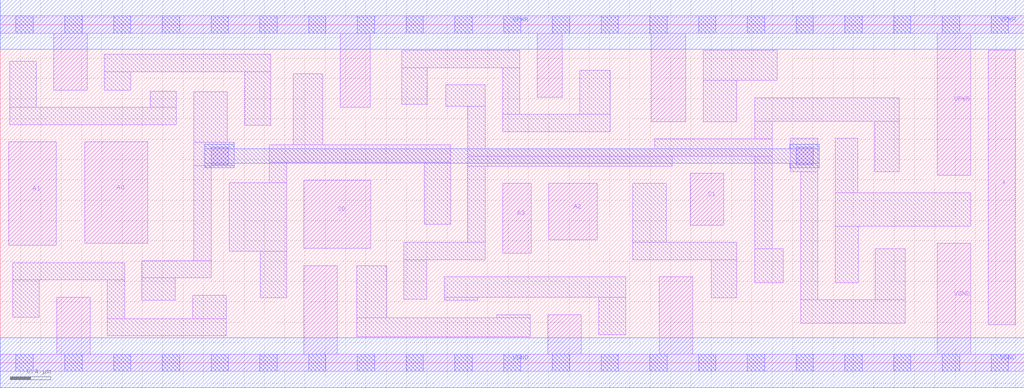
<source format=lef>
# Copyright 2020 The SkyWater PDK Authors
#
# Licensed under the Apache License, Version 2.0 (the "License");
# you may not use this file except in compliance with the License.
# You may obtain a copy of the License at
#
#     https://www.apache.org/licenses/LICENSE-2.0
#
# Unless required by applicable law or agreed to in writing, software
# distributed under the License is distributed on an "AS IS" BASIS,
# WITHOUT WARRANTIES OR CONDITIONS OF ANY KIND, either express or implied.
# See the License for the specific language governing permissions and
# limitations under the License.
#
# SPDX-License-Identifier: Apache-2.0

VERSION 5.7 ;
  NAMESCASESENSITIVE ON ;
  NOWIREEXTENSIONATPIN ON ;
  DIVIDERCHAR "/" ;
  BUSBITCHARS "[]" ;
UNITS
  DATABASE MICRONS 200 ;
END UNITS
MACRO sky130_fd_sc_lp__mux4_1
  CLASS CORE ;
  SOURCE USER ;
  FOREIGN sky130_fd_sc_lp__mux4_1 ;
  ORIGIN  0.000000  0.000000 ;
  SIZE  10.08000 BY  3.330000 ;
  SYMMETRY X Y R90 ;
  SITE unit ;
  PIN A0
    ANTENNAGATEAREA  0.126000 ;
    DIRECTION INPUT ;
    USE SIGNAL ;
    PORT
      LAYER li1 ;
        RECT 0.830000 1.175000 1.450000 2.175000 ;
    END
  END A0
  PIN A1
    ANTENNAGATEAREA  0.126000 ;
    DIRECTION INPUT ;
    USE SIGNAL ;
    PORT
      LAYER li1 ;
        RECT 0.085000 1.155000 0.550000 2.175000 ;
    END
  END A1
  PIN A2
    ANTENNAGATEAREA  0.126000 ;
    DIRECTION INPUT ;
    USE SIGNAL ;
    PORT
      LAYER li1 ;
        RECT 5.400000 1.210000 5.880000 1.765000 ;
    END
  END A2
  PIN A3
    ANTENNAGATEAREA  0.126000 ;
    DIRECTION INPUT ;
    USE SIGNAL ;
    PORT
      LAYER li1 ;
        RECT 4.945000 1.080000 5.230000 1.765000 ;
    END
  END A3
  PIN S0
    ANTENNAGATEAREA  0.378000 ;
    DIRECTION INPUT ;
    USE SIGNAL ;
    PORT
      LAYER li1 ;
        RECT 2.990000 1.125000 3.650000 1.795000 ;
    END
  END S0
  PIN S1
    ANTENNAGATEAREA  0.252000 ;
    DIRECTION INPUT ;
    USE SIGNAL ;
    PORT
      LAYER li1 ;
        RECT 6.795000 1.355000 7.125000 1.865000 ;
    END
  END S1
  PIN X
    ANTENNADIFFAREA  0.556500 ;
    DIRECTION OUTPUT ;
    USE SIGNAL ;
    PORT
      LAYER li1 ;
        RECT 9.725000 0.375000 9.995000 3.075000 ;
    END
  END X
  PIN VGND
    DIRECTION INOUT ;
    USE GROUND ;
    PORT
      LAYER li1 ;
        RECT 0.000000 -0.085000 10.080000 0.085000 ;
        RECT 0.555000  0.085000  0.885000 0.645000 ;
        RECT 2.990000  0.085000  3.320000 0.955000 ;
        RECT 5.390000  0.085000  5.720000 0.475000 ;
        RECT 6.490000  0.085000  6.820000 0.845000 ;
        RECT 9.225000  0.085000  9.555000 1.175000 ;
      LAYER mcon ;
        RECT 0.155000 -0.085000 0.325000 0.085000 ;
        RECT 0.635000 -0.085000 0.805000 0.085000 ;
        RECT 1.115000 -0.085000 1.285000 0.085000 ;
        RECT 1.595000 -0.085000 1.765000 0.085000 ;
        RECT 2.075000 -0.085000 2.245000 0.085000 ;
        RECT 2.555000 -0.085000 2.725000 0.085000 ;
        RECT 3.035000 -0.085000 3.205000 0.085000 ;
        RECT 3.515000 -0.085000 3.685000 0.085000 ;
        RECT 3.995000 -0.085000 4.165000 0.085000 ;
        RECT 4.475000 -0.085000 4.645000 0.085000 ;
        RECT 4.955000 -0.085000 5.125000 0.085000 ;
        RECT 5.435000 -0.085000 5.605000 0.085000 ;
        RECT 5.915000 -0.085000 6.085000 0.085000 ;
        RECT 6.395000 -0.085000 6.565000 0.085000 ;
        RECT 6.875000 -0.085000 7.045000 0.085000 ;
        RECT 7.355000 -0.085000 7.525000 0.085000 ;
        RECT 7.835000 -0.085000 8.005000 0.085000 ;
        RECT 8.315000 -0.085000 8.485000 0.085000 ;
        RECT 8.795000 -0.085000 8.965000 0.085000 ;
        RECT 9.275000 -0.085000 9.445000 0.085000 ;
        RECT 9.755000 -0.085000 9.925000 0.085000 ;
      LAYER met1 ;
        RECT 0.000000 -0.245000 10.080000 0.245000 ;
    END
  END VGND
  PIN VPWR
    DIRECTION INOUT ;
    USE POWER ;
    PORT
      LAYER li1 ;
        RECT 0.000000 3.245000 10.080000 3.415000 ;
        RECT 0.525000 2.685000  0.855000 3.245000 ;
        RECT 3.345000 2.515000  3.645000 3.245000 ;
        RECT 5.285000 2.615000  5.535000 3.245000 ;
        RECT 6.410000 2.375000  6.750000 3.245000 ;
        RECT 9.225000 1.845000  9.555000 3.245000 ;
      LAYER mcon ;
        RECT 0.155000 3.245000 0.325000 3.415000 ;
        RECT 0.635000 3.245000 0.805000 3.415000 ;
        RECT 1.115000 3.245000 1.285000 3.415000 ;
        RECT 1.595000 3.245000 1.765000 3.415000 ;
        RECT 2.075000 3.245000 2.245000 3.415000 ;
        RECT 2.555000 3.245000 2.725000 3.415000 ;
        RECT 3.035000 3.245000 3.205000 3.415000 ;
        RECT 3.515000 3.245000 3.685000 3.415000 ;
        RECT 3.995000 3.245000 4.165000 3.415000 ;
        RECT 4.475000 3.245000 4.645000 3.415000 ;
        RECT 4.955000 3.245000 5.125000 3.415000 ;
        RECT 5.435000 3.245000 5.605000 3.415000 ;
        RECT 5.915000 3.245000 6.085000 3.415000 ;
        RECT 6.395000 3.245000 6.565000 3.415000 ;
        RECT 6.875000 3.245000 7.045000 3.415000 ;
        RECT 7.355000 3.245000 7.525000 3.415000 ;
        RECT 7.835000 3.245000 8.005000 3.415000 ;
        RECT 8.315000 3.245000 8.485000 3.415000 ;
        RECT 8.795000 3.245000 8.965000 3.415000 ;
        RECT 9.275000 3.245000 9.445000 3.415000 ;
        RECT 9.755000 3.245000 9.925000 3.415000 ;
      LAYER met1 ;
        RECT 0.000000 3.085000 10.080000 3.575000 ;
    END
  END VPWR
  OBS
    LAYER li1 ;
      RECT 0.095000 2.345000 1.735000 2.515000 ;
      RECT 0.095000 2.515000 0.355000 2.970000 ;
      RECT 0.125000 0.450000 0.385000 0.815000 ;
      RECT 0.125000 0.815000 1.225000 0.985000 ;
      RECT 1.025000 2.685000 1.285000 2.865000 ;
      RECT 1.025000 2.865000 2.665000 3.035000 ;
      RECT 1.055000 0.265000 2.225000 0.435000 ;
      RECT 1.055000 0.435000 1.225000 0.815000 ;
      RECT 1.395000 0.615000 1.725000 0.835000 ;
      RECT 1.395000 0.835000 2.075000 1.005000 ;
      RECT 1.475000 2.515000 1.735000 2.675000 ;
      RECT 1.895000 0.435000 2.225000 0.665000 ;
      RECT 1.905000 1.005000 2.075000 1.940000 ;
      RECT 1.905000 1.940000 2.305000 2.170000 ;
      RECT 1.905000 2.170000 2.235000 2.670000 ;
      RECT 2.255000 1.100000 2.820000 1.770000 ;
      RECT 2.405000 2.340000 2.665000 2.865000 ;
      RECT 2.560000 0.640000 2.820000 1.100000 ;
      RECT 2.650000 1.770000 2.820000 1.975000 ;
      RECT 2.650000 1.975000 4.435000 2.145000 ;
      RECT 2.885000 2.145000 3.175000 2.845000 ;
      RECT 3.510000 0.255000 5.220000 0.445000 ;
      RECT 3.510000 0.445000 3.805000 0.955000 ;
      RECT 3.955000 2.545000 4.205000 2.905000 ;
      RECT 3.955000 2.905000 5.115000 3.075000 ;
      RECT 3.975000 0.625000 4.200000 1.015000 ;
      RECT 3.975000 1.015000 4.775000 1.185000 ;
      RECT 4.175000 1.365000 4.435000 1.975000 ;
      RECT 4.370000 0.615000 4.700000 0.645000 ;
      RECT 4.370000 0.645000 6.160000 0.845000 ;
      RECT 4.385000 2.525000 4.775000 2.735000 ;
      RECT 4.605000 1.185000 4.775000 1.935000 ;
      RECT 4.605000 1.935000 6.615000 2.035000 ;
      RECT 4.605000 2.035000 7.600000 2.105000 ;
      RECT 4.605000 2.105000 4.775000 2.525000 ;
      RECT 4.890000 0.445000 5.220000 0.475000 ;
      RECT 4.945000 2.275000 6.005000 2.445000 ;
      RECT 4.945000 2.445000 5.115000 2.905000 ;
      RECT 5.705000 2.445000 6.005000 2.880000 ;
      RECT 5.890000 0.275000 6.160000 0.645000 ;
      RECT 6.225000 1.015000 7.250000 1.185000 ;
      RECT 6.225000 1.185000 6.555000 1.765000 ;
      RECT 6.445000 2.105000 7.600000 2.205000 ;
      RECT 6.920000 2.375000 7.250000 2.780000 ;
      RECT 6.920000 2.780000 7.650000 3.075000 ;
      RECT 7.000000 0.640000 7.250000 1.015000 ;
      RECT 7.430000 0.790000 7.710000 1.120000 ;
      RECT 7.430000 1.120000 7.600000 2.035000 ;
      RECT 7.430000 2.205000 7.600000 2.380000 ;
      RECT 7.430000 2.380000 8.850000 2.610000 ;
      RECT 7.780000 1.880000 8.050000 2.210000 ;
      RECT 7.880000 0.390000 8.910000 0.620000 ;
      RECT 7.880000 0.620000 8.050000 1.880000 ;
      RECT 8.220000 0.790000 8.445000 1.345000 ;
      RECT 8.220000 1.345000 9.555000 1.675000 ;
      RECT 8.220000 1.675000 8.440000 2.210000 ;
      RECT 8.610000 1.880000 8.850000 2.380000 ;
      RECT 8.615000 0.620000 8.910000 1.120000 ;
    LAYER mcon ;
      RECT 2.075000 1.950000 2.245000 2.120000 ;
      RECT 7.835000 1.950000 8.005000 2.120000 ;
    LAYER met1 ;
      RECT 2.015000 1.920000 2.305000 1.965000 ;
      RECT 2.015000 1.965000 8.065000 2.105000 ;
      RECT 2.015000 2.105000 2.305000 2.150000 ;
      RECT 7.775000 1.920000 8.065000 1.965000 ;
      RECT 7.775000 2.105000 8.065000 2.150000 ;
  END
END sky130_fd_sc_lp__mux4_1

</source>
